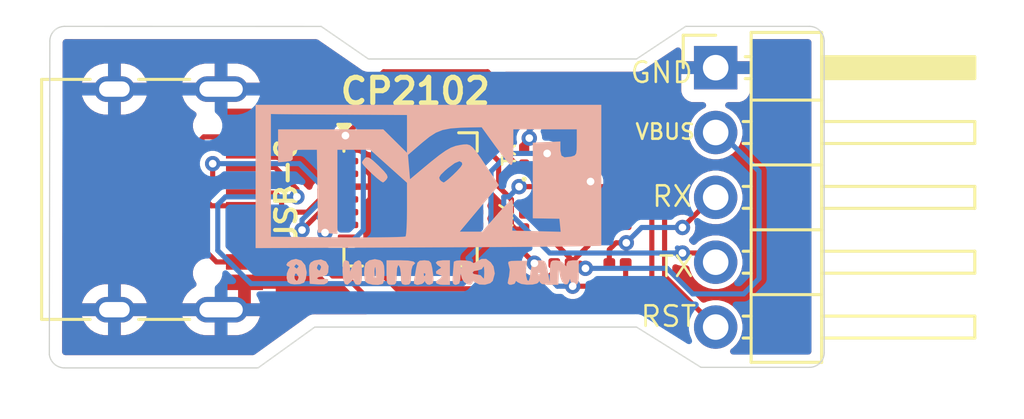
<source format=kicad_pcb>
(kicad_pcb (version 20241229) (generator "pcbnew") (generator_version "9.0")
  (layers (0 "F.Cu" signal) (2 "B.Cu" signal) (13 "F.Paste" user) (15 "B.Paste" user) (5 "F.SilkS" user "F.Silkscreen") (7 "B.SilkS" user "B.Silkscreen") (1 "F.Mask" user) (3 "B.Mask" user) (25 "Edge.Cuts" user))
  (net 0 "")
  (net 1 "GND")
  (net 2 "Net-(U1-VDD)")
  (net 3 "/RST")
  (net 4 "Net-(U1-~{DTR})")
  (net 5 "/VBUS")
  (net 6 "Net-(D4-K)")
  (net 7 "Net-(D4-A)")
  (net 8 "Net-(D5-A)")
  (net 9 "Net-(D5-K)")
  (net 10 "/D+")
  (net 13 "/D-")
  (net 14 "Net-(D3-Pad2)")
  (net 15 "Net-(J1-CC1)")
  (net 16 "Net-(J1-CC2)")
  (net 17 "/TX")
  (net 18 "/RX")
  (net 19 "Net-(U1-~{RST})")
  (footprint "Connector_PinHeader_2.54mm:PinHeader_1x05_P2.54mm_Horizontal" (layer "F.Cu") (at 130.5 35.34)
    (property "Reference" "J2" (hide yes))
    (property "Value" "Conn_01x05_Pin" (hide yes))
    (fp_line (start -1.27 -1.27) (end 0 -1.27) (stroke (width 0.12)) (layer "F.SilkS"))
    (fp_line (start -1.27 0) (end -1.27 -1.27) (stroke (width 0.12)) (layer "F.SilkS"))
    (fp_line (start 1.077358 2.11) (end 1.39 2.11) (stroke (width 0.12)) (layer "F.SilkS"))
    (fp_line (start 1.077358 2.97) (end 1.39 2.97) (stroke (width 0.12)) (layer "F.SilkS"))
    (fp_line (start 1.077358 4.65) (end 1.39 4.65) (stroke (width 0.12)) (layer "F.SilkS"))
    (fp_line (start 1.077358 5.51) (end 1.39 5.51) (stroke (width 0.12)) (layer "F.SilkS"))
    (fp_line (start 1.077358 7.19) (end 1.39 7.19) (stroke (width 0.12)) (layer "F.SilkS"))
    (fp_line (start 1.077358 8.05) (end 1.39 8.05) (stroke (width 0.12)) (layer "F.SilkS"))
    (fp_line (start 1.077358 9.73) (end 1.39 9.73) (stroke (width 0.12)) (layer "F.SilkS"))
    (fp_line (start 1.077358 10.59) (end 1.39 10.59) (stroke (width 0.12)) (layer "F.SilkS"))
    (fp_line (start 1.16 -0.43) (end 1.39 -0.43) (stroke (width 0.12)) (layer "F.SilkS"))
    (fp_line (start 1.16 0.43) (end 1.39 0.43) (stroke (width 0.12)) (layer "F.SilkS"))
    (fp_line (start 1.39 -1.38) (end 1.39 11.54) (stroke (width 0.12)) (layer "F.SilkS"))
    (fp_line (start 1.39 1.27) (end 4.15 1.27) (stroke (width 0.12)) (layer "F.SilkS"))
    (fp_line (start 1.39 3.81) (end 4.15 3.81) (stroke (width 0.12)) (layer "F.SilkS"))
    (fp_line (start 1.39 6.35) (end 4.15 6.35) (stroke (width 0.12)) (layer "F.SilkS"))
    (fp_line (start 1.39 8.89) (end 4.15 8.89) (stroke (width 0.12)) (layer "F.SilkS"))
    (fp_line (start 1.39 11.54) (end 4.15 11.54) (stroke (width 0.12)) (layer "F.SilkS"))
    (fp_line (start 4.15 -1.38) (end 1.39 -1.38) (stroke (width 0.12)) (layer "F.SilkS"))
    (fp_line (start 4.15 2.11) (end 10.15 2.11) (stroke (width 0.12)) (layer "F.SilkS"))
    (fp_line (start 4.15 4.65) (end 10.15 4.65) (stroke (width 0.12)) (layer "F.SilkS"))
    (fp_line (start 4.15 7.19) (end 10.15 7.19) (stroke (width 0.12)) (layer "F.SilkS"))
    (fp_line (start 4.15 9.73) (end 10.15 9.73) (stroke (width 0.12)) (layer "F.SilkS"))
    (fp_line (start 4.15 11.54) (end 4.15 -1.38) (stroke (width 0.12)) (layer "F.SilkS"))
    (fp_line (start 10.15 2.11) (end 10.15 2.97) (stroke (width 0.12)) (layer "F.SilkS"))
    (fp_line (start 10.15 2.97) (end 4.15 2.97) (stroke (width 0.12)) (layer "F.SilkS"))
    (fp_line (start 10.15 4.65) (end 10.15 5.51) (stroke (width 0.12)) (layer "F.SilkS"))
    (fp_line (start 10.15 5.51) (end 4.15 5.51) (stroke (width 0.12)) (layer "F.SilkS"))
    (fp_line (start 10.15 7.19) (end 10.15 8.05) (stroke (width 0.12)) (layer "F.SilkS"))
    (fp_line (start 10.15 8.05) (end 4.15 8.05) (stroke (width 0.12)) (layer "F.SilkS"))
    (fp_line (start 10.15 9.73) (end 10.15 10.59) (stroke (width 0.12)) (layer "F.SilkS"))
    (fp_line (start 10.15 10.59) (end 4.15 10.59) (stroke (width 0.12)) (layer "F.SilkS"))
    (fp_rect (start 4.15 -0.43) (end 10.15 0.43) (stroke (width 0.12)) (fill yes) (layer "F.SilkS"))
    (pad "1" thru_hole rect (at 0 0) (size 1.7 1.7) (drill 1) (layers "*.Cu" "*.Mask") (net 1 "GND"))
    (pad "2" thru_hole circle (at 0 2.54) (size 1.7 1.7) (drill 1) (layers "*.Cu" "*.Mask") (net 5 "/VBUS"))
    (pad "3" thru_hole circle (at 0 5.08) (size 1.7 1.7) (drill 1) (layers "*.Cu" "*.Mask") (net 18 "/RX"))
    (pad "4" thru_hole circle (at 0 7.62) (size 1.7 1.7) (drill 1) (layers "*.Cu" "*.Mask") (net 17 "/TX"))
    (pad "5" thru_hole circle (at 0 10.16) (size 1.7 1.7) (drill 1) (layers "*.Cu" "*.Mask") (net 3 "/RST"))
  )
  (footprint "Capacitor_SMD:C_0201_0603Metric" (layer "F.Cu") (at 124.5 41)
    (property "Reference" "C4" (hide yes))
    (property "Value" "100nf" (hide yes))
    (pad "1" smd roundrect (at -0.32 0) (size 0.46 0.4) (layers "F.Cu" "F.Mask") (net 5 "/VBUS"))
    (pad "2" smd roundrect (at 0.32 0) (size 0.46 0.4) (layers "F.Cu" "F.Mask") (net 1 "GND"))
  )
  (footprint "Resistor_SMD:R_0201_0603Metric" (layer "F.Cu") (at 124.5 43 180)
    (property "Reference" "R3" (hide yes))
    (property "Value" "10k" (hide yes))
    (pad "1" smd roundrect (at -0.32 0 180) (size 0.46 0.4) (layers "F.Cu" "F.Mask") (net 5 "/VBUS"))
    (pad "2" smd roundrect (at 0.32 0 180) (size 0.46 0.4) (layers "F.Cu" "F.Mask") (net 19 "Net-(U1-~{RST})"))
  )
  (footprint "Resistor_SMD:R_0201_0603Metric" (layer "F.Cu") (at 126.655 39.5)
    (property "Reference" "R2" (hide yes))
    (property "Value" "5.1k" (hide yes))
    (pad "1" smd roundrect (at -0.32 0) (size 0.46 0.4) (layers "F.Cu" "F.Mask") (net 1 "GND"))
    (pad "2" smd roundrect (at 0.32 0) (size 0.46 0.4) (layers "F.Cu" "F.Mask") (net 16 "Net-(J1-CC2)"))
  )
  (footprint "Resistor_SMD:R_0201_0603Metric" (layer "F.Cu") (at 124.455 39)
    (property "Reference" "R1" (hide yes))
    (property "Value" "5.1k" (hide yes))
    (pad "1" smd roundrect (at -0.32 0) (size 0.46 0.4) (layers "F.Cu" "F.Mask") (net 15 "Net-(J1-CC1)"))
    (pad "2" smd roundrect (at 0.32 0) (size 0.46 0.4) (layers "F.Cu" "F.Mask") (net 1 "GND"))
  )
  (footprint "Connector_USB:USB_C_Receptacle_HRO_TYPE-C-31-M-12" (layer "F.Cu") (at 108 40.5 -90)
    (property "Reference" "J1" (hide yes))
    (property "Value" "USB_C_Receptacle_USB2.0_16P" (hide yes))
    (fp_line (start -4.7 3.9) (end 4.7 3.9) (stroke (width 0.12)) (layer "F.SilkS"))
    (fp_line (start -4.7 2) (end -4.7 3.9) (stroke (width 0.12)) (layer "F.SilkS"))
    (fp_line (start 4.7 2) (end 4.7 3.9) (stroke (width 0.12)) (layer "F.SilkS"))
    (fp_line (start -4.7 -1.9) (end -4.7 0.1) (stroke (width 0.12)) (layer "F.SilkS"))
    (fp_line (start 4.7 -1.9) (end 4.7 0.1) (stroke (width 0.12)) (layer "F.SilkS"))
    (pad "" np_thru_hole circle (at -2.89 -2.6 270) (size 0.65 0.65) (drill 0.65) (layers "*.Cu" "*.Mask"))
    (pad "" np_thru_hole circle (at 2.89 -2.6 270) (size 0.65 0.65) (drill 0.65) (layers "*.Cu" "*.Mask"))
    (pad "A1" smd rect (at -3.25 -4.045 270) (size 0.6 1.45) (layers "F.Cu" "F.Mask" "F.Paste") (net 1 "GND"))
    (pad "A4" smd rect (at -2.45 -4.045 270) (size 0.6 1.45) (layers "F.Cu" "F.Mask" "F.Paste") (net 14 "Net-(D3-Pad2)"))
    (pad "A5" smd rect (at -1.25 -4.045 270) (size 0.3 1.45) (layers "F.Cu" "F.Mask" "F.Paste") (net 15 "Net-(J1-CC1)"))
    (pad "A6" smd rect (at -0.25 -4.045 270) (size 0.3 1.45) (layers "F.Cu" "F.Mask" "F.Paste") (net 10 "/D+"))
    (pad "A7" smd rect (at 0.25 -4.045 270) (size 0.3 1.45) (layers "F.Cu" "F.Mask" "F.Paste") (net 13 "/D-"))
    (pad "A8" smd rect (at 1.25 -4.045 270) (size 0.3 1.45) (layers "F.Cu" "F.Mask" "F.Paste"))
    (pad "A9" smd rect (at 2.45 -4.045 270) (size 0.6 1.45) (layers "F.Cu" "F.Mask" "F.Paste") (net 14 "Net-(D3-Pad2)"))
    (pad "A12" smd rect (at 3.25 -4.045 270) (size 0.6 1.45) (layers "F.Cu" "F.Mask" "F.Paste") (net 1 "GND"))
    (pad "B1" smd rect (at 3.25 -4.045 270) (size 0.6 1.45) (layers "F.Cu" "F.Mask" "F.Paste") (net 1 "GND"))
    (pad "B4" smd rect (at 2.45 -4.045 270) (size 0.6 1.45) (layers "F.Cu" "F.Mask" "F.Paste") (net 14 "Net-(D3-Pad2)"))
    (pad "B5" smd rect (at 1.75 -4.045 270) (size 0.3 1.45) (layers "F.Cu" "F.Mask" "F.Paste") (net 16 "Net-(J1-CC2)"))
    (pad "B6" smd rect (at 0.75 -4.045 270) (size 0.3 1.45) (layers "F.Cu" "F.Mask" "F.Paste") (net 10 "/D+"))
    (pad "B7" smd rect (at -0.75 -4.045 270) (size 0.3 1.45) (layers "F.Cu" "F.Mask" "F.Paste") (net 13 "/D-"))
    (pad "B8" smd rect (at -1.75 -4.045 270) (size 0.3 1.45) (layers "F.Cu" "F.Mask" "F.Paste"))
    (pad "B9" smd rect (at -2.45 -4.045 270) (size 0.6 1.45) (layers "F.Cu" "F.Mask" "F.Paste") (net 14 "Net-(D3-Pad2)"))
    (pad "B12" smd rect (at -3.25 -4.045 270) (size 0.6 1.45) (layers "F.Cu" "F.Mask" "F.Paste") (net 1 "GND"))
    (pad "S1" thru_hole oval (at -4.32 -3.13 270) (size 1 2.1) (drill oval 0.6 1.7) (property pad_prop_heatsink) (layers "*.Cu" "*.Mask") (net 1 "GND"))
    (pad "S1" thru_hole oval (at -4.32 1.05 270) (size 1 1.6) (drill oval 0.6 1.2) (property pad_prop_heatsink) (layers "*.Cu" "*.Mask") (net 1 "GND"))
    (pad "S1" thru_hole oval (at 4.32 -3.13 270) (size 1 2.1) (drill oval 0.6 1.7) (property pad_prop_heatsink) (layers "*.Cu" "*.Mask") (net 1 "GND"))
    (pad "S1" thru_hole oval (at 4.32 1.05 270) (size 1 1.6) (drill oval 0.6 1.2) (property pad_prop_heatsink) (layers "*.Cu" "*.Mask") (net 1 "GND"))
  )
  (footprint "Resistor_SMD:R_0201_0603Metric" (layer "F.Cu") (at 124.5 42)
    (property "Reference" "R7" (hide yes))
    (property "Value" "1k" (hide yes))
    (pad "1" smd roundrect (at -0.32 0) (size 0.46 0.4) (layers "F.Cu" "F.Mask") (net 5 "/VBUS"))
    (pad "2" smd roundrect (at 0.32 0) (size 0.46 0.4) (layers "F.Cu" "F.Mask") (net 8 "Net-(D5-A)"))
  )
  (footprint "Capacitor_SMD:C_0201_0603Metric" (layer "F.Cu") (at 124.5 38)
    (property "Reference" "C2" (hide yes))
    (property "Value" "100nf" (hide yes))
    (pad "1" smd roundrect (at -0.32 0) (size 0.46 0.4) (layers "F.Cu" "F.Mask") (net 4 "Net-(U1-~{DTR})"))
    (pad "2" smd roundrect (at 0.32 0) (size 0.46 0.4) (layers "F.Cu" "F.Mask") (net 3 "/RST"))
  )
  (footprint "Capacitor_SMD:C_0201_0603Metric" (layer "F.Cu") (at 126.655 40.5)
    (property "Reference" "C3" (hide yes))
    (property "Value" "100nf" (hide yes))
    (pad "1" smd roundrect (at -0.32 0) (size 0.46 0.4) (layers "F.Cu" "F.Mask") (net 5 "/VBUS"))
    (pad "2" smd roundrect (at 0.32 0) (size 0.46 0.4) (layers "F.Cu" "F.Mask") (net 1 "GND"))
  )
  (footprint "LED_SMD:LED_0201_0603Metric" (layer "F.Cu") (at 123 38.845 90)
    (property "Reference" "D4" (hide yes))
    (property "Value" "LED" (hide yes))
    (fp_circle (center -0.86 0) (end -0.81 0) (stroke (width 0.1)) (fill no) (layer "F.SilkS"))
    (pad "1" smd roundrect (at -0.32 0 90) (size 0.46 0.4) (layers "F.Cu" "F.Mask") (net 6 "Net-(D4-K)"))
    (pad "2" smd roundrect (at 0.32 0 90) (size 0.46 0.4) (layers "F.Cu" "F.Mask") (net 7 "Net-(D4-A)"))
  )
  (footprint "Package_DFN_QFN:QFN-28-1EP_5x5mm_P0.5mm_EP3.35x3.35mm" (layer "F.Cu") (at 118.55 40.5)
    (property "Reference" "U1" (hide yes))
    (property "Value" "CP2102N-Axx-xQFN28" (hide yes))
    (fp_line (start -2.61 -1.885) (end -2.61 -2.37) (stroke (width 0.12)) (layer "F.SilkS"))
    (fp_line (start -2.61 2.61) (end -2.61 1.885) (stroke (width 0.12)) (layer "F.SilkS"))
    (fp_line (start -1.885 -2.61) (end -2.31 -2.61) (stroke (width 0.12)) (layer "F.SilkS"))
    (fp_line (start -1.885 2.61) (end -2.61 2.61) (stroke (width 0.12)) (layer "F.SilkS"))
    (fp_line (start 1.885 -2.61) (end 2.61 -2.61) (stroke (width 0.12)) (layer "F.SilkS"))
    (fp_line (start 1.885 2.61) (end 2.61 2.61) (stroke (width 0.12)) (layer "F.SilkS"))
    (fp_line (start 2.61 -2.61) (end 2.61 -1.885) (stroke (width 0.12)) (layer "F.SilkS"))
    (fp_line (start 2.61 2.61) (end 2.61 1.885) (stroke (width 0.12)) (layer "F.SilkS"))
    (fp_poly (pts (xy -2.61 -2.61) (xy -2.85 -2.94) (xy -2.37 -2.94)) (stroke (width 0.12)) (fill yes) (layer "F.SilkS"))
    (pad "1" smd roundrect (at -2.45 -1.5) (size 0.8 0.25) (layers "F.Cu" "F.Mask" "F.Paste"))
    (pad "2" smd roundrect (at -2.45 -1) (size 0.8 0.25) (layers "F.Cu" "F.Mask" "F.Paste"))
    (pad "3" smd roundrect (at -2.45 -0.5) (size 0.8 0.25) (layers "F.Cu" "F.Mask" "F.Paste") (net 1 "GND"))
    (pad "4" smd roundrect (at -2.45 0) (size 0.8 0.25) (layers "F.Cu" "F.Mask" "F.Paste") (net 10 "/D+"))
    (pad "5" smd roundrect (at -2.45 0.5) (size 0.8 0.25) (layers "F.Cu" "F.Mask" "F.Paste") (net 13 "/D-"))
    (pad "6" smd roundrect (at -2.45 1) (size 0.8 0.25) (layers "F.Cu" "F.Mask" "F.Paste") (net 2 "Net-(U1-VDD)"))
    (pad "7" smd roundrect (at -2.45 1.5) (size 0.8 0.25) (layers "F.Cu" "F.Mask" "F.Paste") (net 5 "/VBUS"))
    (pad "8" smd roundrect (at -1.5 2.45) (size 0.25 0.8) (layers "F.Cu" "F.Mask" "F.Paste") (net 5 "/VBUS"))
    (pad "9" smd roundrect (at -1 2.45) (size 0.25 0.8) (layers "F.Cu" "F.Mask" "F.Paste") (net 19 "Net-(U1-~{RST})"))
    (pad "10" smd roundrect (at -0.5 2.45) (size 0.25 0.8) (layers "F.Cu" "F.Mask" "F.Paste"))
    (pad "11" smd roundrect (at 0 2.45) (size 0.25 0.8) (layers "F.Cu" "F.Mask" "F.Paste"))
    (pad "12" smd roundrect (at 0.5 2.45) (size 0.25 0.8) (layers "F.Cu" "F.Mask" "F.Paste"))
    (pad "13" smd roundrect (at 1 2.45) (size 0.25 0.8) (layers "F.Cu" "F.Mask" "F.Paste"))
    (pad "14" smd roundrect (at 1.5 2.45) (size 0.25 0.8) (layers "F.Cu" "F.Mask" "F.Paste"))
    (pad "15" smd roundrect (at 2.45 1.5) (size 0.8 0.25) (layers "F.Cu" "F.Mask" "F.Paste"))
    (pad "16" smd roundrect (at 2.45 1) (size 0.8 0.25) (layers "F.Cu" "F.Mask" "F.Paste"))
    (pad "17" smd roundrect (at 2.45 0.5) (size 0.8 0.25) (layers "F.Cu" "F.Mask" "F.Paste"))
    (pad "18" smd roundrect (at 2.45 0) (size 0.8 0.25) (layers "F.Cu" "F.Mask" "F.Paste"))
    (pad "19" smd roundrect (at 2.45 -0.5) (size 0.8 0.25) (layers "F.Cu" "F.Mask" "F.Paste"))
    (pad "20" smd roundrect (at 2.45 -1) (size 0.8 0.25) (layers "F.Cu" "F.Mask" "F.Paste"))
    (pad "21" smd roundrect (at 2.45 -1.5) (size 0.8 0.25) (layers "F.Cu" "F.Mask" "F.Paste"))
    (pad "22" smd roundrect (at 1.5 -2.45) (size 0.25 0.8) (layers "F.Cu" "F.Mask" "F.Paste"))
    (pad "23" smd roundrect (at 1 -2.45) (size 0.25 0.8) (layers "F.Cu" "F.Mask" "F.Paste"))
    (pad "24" smd roundrect (at 0.5 -2.45) (size 0.25 0.8) (layers "F.Cu" "F.Mask" "F.Paste"))
    (pad "25" smd roundrect (at 0 -2.45) (size 0.25 0.8) (layers "F.Cu" "F.Mask" "F.Paste") (net 9 "Net-(D5-K)"))
    (pad "26" smd roundrect (at -0.5 -2.45) (size 0.25 0.8) (layers "F.Cu" "F.Mask" "F.Paste") (net 6 "Net-(D4-K)"))
    (pad "27" smd roundrect (at -1 -2.45) (size 0.25 0.8) (layers "F.Cu" "F.Mask" "F.Paste"))
    (pad "28" smd roundrect (at -1.5 -2.45) (size 0.25 0.8) (layers "F.Cu" "F.Mask" "F.Paste") (net 4 "Net-(U1-~{DTR})"))
    (pad "29" smd rect (at 0 0) (size 3.35 3.35) (property pad_prop_heatsink) (layers "F.Cu" "F.Mask") (net 1 "GND"))
  )
  (footprint "Resistor_SMD:R_0201_0603Metric" (layer "F.Cu") (at 126.655 43)
    (property "Reference" "R5" (hide yes))
    (property "Value" "1k" (hide yes))
    (pad "1" smd roundrect (at -0.32 0) (size 0.46 0.4) (layers "F.Cu" "F.Mask") (net 18 "/RX"))
    (pad "2" smd roundrect (at 0.32 0) (size 0.46 0.4) (layers "F.Cu" "F.Mask") (net 9 "Net-(D5-K)"))
  )
  (footprint "Resistor_SMD:R_0201_0603Metric" (layer "F.Cu") (at 124.5 40)
    (property "Reference" "R4" (hide yes))
    (property "Value" "1k" (hide yes))
    (pad "1" smd roundrect (at -0.32 0) (size 0.46 0.4) (layers "F.Cu" "F.Mask") (net 17 "/TX"))
    (pad "2" smd roundrect (at 0.32 0) (size 0.46 0.4) (layers "F.Cu" "F.Mask") (net 6 "Net-(D4-K)"))
  )
  (footprint "Capacitor_SMD:C_0201_0603Metric" (layer "F.Cu") (at 126.655 38)
    (property "Reference" "C1" (hide yes))
    (property "Value" "100nf" (hide yes))
    (pad "1" smd roundrect (at -0.32 0) (size 0.46 0.4) (layers "F.Cu" "F.Mask") (net 1 "GND"))
    (pad "2" smd roundrect (at 0.32 0) (size 0.46 0.4) (layers "F.Cu" "F.Mask") (net 2 "Net-(U1-VDD)"))
  )
  (footprint "LED_SMD:LED_0201_0603Metric" (layer "F.Cu") (at 123 41.345 90)
    (property "Reference" "D5" (hide yes))
    (property "Value" "LED" (hide yes))
    (fp_circle (center -0.86 0) (end -0.81 0) (stroke (width 0.1)) (fill no) (layer "F.SilkS"))
    (pad "1" smd roundrect (at -0.32 0 90) (size 0.46 0.4) (layers "F.Cu" "F.Mask") (net 9 "Net-(D5-K)"))
    (pad "2" smd roundrect (at 0.32 0 90) (size 0.46 0.4) (layers "F.Cu" "F.Mask") (net 8 "Net-(D5-A)"))
  )
  (footprint "Resistor_SMD:R_0201_0603Metric" (layer "F.Cu") (at 126.655 41.5)
    (property "Reference" "R6" (hide yes))
    (property "Value" "1k" (hide yes))
    (pad "1" smd roundrect (at -0.32 0) (size 0.46 0.4) (layers "F.Cu" "F.Mask") (net 5 "/VBUS"))
    (pad "2" smd roundrect (at 0.32 0) (size 0.46 0.4) (layers "F.Cu" "F.Mask") (net 7 "Net-(D4-A)"))
  )
  (footprint "LOGO.preety:KMT_LOGO_40X40mm" (layer "B.Cu") (at 118.81 40.32 180)
    (property "Reference" "G***" (hide yes))
    (property "Value" "LOGO" (hide yes))
    (fp_poly (pts (xy 2.043177 1.442305) (xy 2.14446 1.316396) (xy 2.163367 1.252177) (xy 2.107993 1.166706) (xy 1.967823 1.015609) (xy 1.781729 0.835177) (xy 1.588582 0.661698) (xy 1.427256 0.531464) (xy 1.337053 0.480758) (xy 1.263748 0.534251) (xy 1.196987 0.606858) (xy 1.157327 0.687842) (xy 1.186876 0.785914) (xy 1.303183 0.931055) (xy 1.50764 1.137522) (xy 1.732439 1.347101) (xy 1.879582 1.454265) (xy 1.978537 1.475786)) (fill yes) (layer "B.SilkS"))
    (fp_poly (pts (xy -0.794791 -2.590683) (xy -0.725 -2.660624) (xy -0.802324 -2.758864) (xy -0.850096 -2.788496) (xy -0.93814 -2.852225) (xy -0.881521 -2.897723) (xy -0.850096 -2.910152) (xy -0.738174 -2.99666) (xy -0.739799 -3.087837) (xy -0.841326 -3.12492) (xy -0.948021 -3.163632) (xy -0.961515 -3.196474) (xy -0.89775 -3.284067) (xy -0.841326 -3.314148) (xy -0.726592 -3.394014) (xy -0.752041 -3.470593) (xy -0.899026 -3.519288) (xy -1.001578 -3.525551) (xy -1.28202 -3.525551) (xy -1.28202 -3.044794) (xy -1.28202 -2.564037) (xy -1.001578 -2.564037)) (fill yes) (layer "B.SilkS"))
    (fp_poly (pts (xy 2.444327 -2.634191) (xy 2.540046 -2.784384) (xy 2.627116 -3.004731) (xy 2.635639 -2.784384) (xy 2.68022 -2.610432) (xy 2.784384 -2.564328) (xy 2.865528 -2.590227) (xy 2.908279 -2.691261) (xy 2.923651 -2.903081) (xy 2.924605 -3.018151) (xy 2.900133 -3.322539) (xy 2.831689 -3.493905) (xy 2.72673 -3.523689) (xy 2.592712 -3.40333) (xy 2.591056 -3.401073) (xy 2.510133 -3.304144) (xy 2.485263 -3.338057) (xy 2.483911 -3.390048) (xy 2.417938 -3.503822) (xy 2.323659 -3.525551) (xy 2.234154 -3.50801) (xy 2.185791 -3.430952) (xy 2.166352 -3.25773) (xy 2.163406 -3.044794) (xy 2.170189 -2.774097) (xy 2.197666 -2.62784) (xy 2.256528 -2.570521) (xy 2.308191 -2.564037)) (fill yes) (layer "B.SilkS"))
    (fp_poly (pts (xy 1.880519 -2.56506) (xy 2.021958 -2.674994) (xy 2.067018 -2.832136) (xy 2.080372 -3.06687) (xy 2.06062 -3.299429) (xy 2.034644 -3.398809) (xy 1.932539 -3.475426) (xy 1.740891 -3.521523) (xy 1.528709 -3.529864) (xy 1.365003 -3.49321) (xy 1.335436 -3.472134) (xy 1.304006 -3.366616) (xy 1.284805 -3.159346) (xy 1.282253 -3.044794) (xy 1.624346 -3.044794) (xy 1.630597 -3.218095) (xy 1.646578 -3.265668) (xy 1.659071 -3.225078) (xy 1.672327 -2.991592) (xy 1.659071 -2.86451) (xy 1.639256 -2.826539) (xy 1.626684 -2.927209) (xy 1.624346 -3.044794) (xy 1.282253 -3.044794) (xy 1.282018 -3.034259) (xy 1.297739 -2.778971) (xy 1.356131 -2.633165) (xy 1.445297 -2.562417) (xy 1.657976 -2.517545)) (fill yes) (layer "B.SilkS"))
    (fp_poly (pts (xy 1.201892 -3.044794) (xy 1.197651 -3.311236) (xy 1.174474 -3.455088) (xy 1.116682 -3.51398) (xy 1.008598 -3.525541) (xy 1.001577 -3.525551) (xy 0.883209 -3.512763) (xy 0.823835 -3.447224) (xy 0.803311 -3.28817) (xy 0.801261 -3.120192) (xy 0.787373 -2.878838) (xy 0.748773 -2.76594) (xy 0.721135 -2.764353) (xy 0.672452 -2.868138) (xy 0.644025 -3.071297) (xy 0.641009 -3.169712) (xy 0.632446 -3.390362) (xy 0.590554 -3.494194) (xy 0.491025 -3.524388) (xy 0.440693 -3.525551) (xy 0.316481 -3.510341) (xy 0.25803 -3.435924) (xy 0.241033 -3.259121) (xy 0.240378 -3.169712) (xy 0.223783 -2.943257) (xy 0.181993 -2.791184) (xy 0.160252 -2.764353) (xy 0.075616 -2.675266) (xy 0.144904 -2.610986) (xy 0.363425 -2.573469) (xy 0.641009 -2.564037) (xy 1.201892 -2.564037)) (fill yes) (layer "B.SilkS"))
    (fp_poly (pts (xy -0.09634 -2.579168) (xy -0.009131 -2.655885) (xy 0.03724 -2.841177) (xy 0.041048 -2.86451) (xy 0.083669 -3.116348) (xy 0.1231 -3.329285) (xy 0.126332 -3.345267) (xy 0.125508 -3.481205) (xy 0.016853 -3.524222) (xy -0.03186 -3.525551) (xy -0.197087 -3.488995) (xy -0.267439 -3.425394) (xy -0.303642 -3.366348) (xy -0.31418 -3.425394) (xy -0.386756 -3.506913) (xy -0.480758 -3.525551) (xy -0.610499 -3.47369) (xy -0.640128 -3.345267) (xy -0.626361 -3.143616) (xy -0.623956 -3.12492) (xy -0.320505 -3.12492) (xy -0.291189 -3.190873) (xy -0.267088 -3.178338) (xy -0.257498 -3.083247) (xy -0.267088 -3.071503) (xy -0.314723 -3.082502) (xy -0.320505 -3.12492) (xy -0.623956 -3.12492) (xy -0.593932 -2.891501) (xy -0.589581 -2.86451) (xy -0.543487 -2.667277) (xy -0.461295 -2.58279) (xy -0.293627 -2.564097) (xy -0.273589 -2.564037)) (fill yes) (layer "B.SilkS"))
    (fp_poly (pts (xy 4.023789 -2.569364) (xy 4.058119 -2.583969) (xy 4.17431 -2.654929) (xy 4.227851 -2.76174) (xy 4.236312 -2.954947) (xy 4.230339 -3.079365) (xy 4.206624 -3.485488) (xy 3.876238 -3.509631) (xy 3.642925 -3.507654) (xy 3.523062 -3.449619) (xy 3.494605 -3.400227) (xy 3.485034 -3.310476) (xy 3.578417 -3.290106) (xy 3.68477 -3.302113) (xy 3.85279 -3.307982) (xy 3.926068 -3.27332) (xy 3.926182 -3.271295) (xy 3.857698 -3.220976) (xy 3.731266 -3.205047) (xy 3.547922 -3.143449) (xy 3.485488 -3.044794) (xy 3.471253 -2.844479) (xy 3.76593 -2.844479) (xy 3.809196 -2.951108) (xy 3.846056 -2.964668) (xy 3.917142 -2.899769) (xy 3.926182 -2.844479) (xy 3.882916 -2.737849) (xy 3.846056 -2.724289) (xy 3.77497 -2.789188) (xy 3.76593 -2.844479) (xy 3.471253 -2.844479) (xy 3.467509 -2.791798) (xy 3.57167 -2.61178) (xy 3.767316 -2.529411)) (fill yes) (layer "B.SilkS"))
    (fp_poly (pts (xy 4.931042 -2.550953) (xy 5.076179 -2.648764) (xy 5.128686 -2.745874) (xy 5.071407 -2.801677) (xy 5.038138 -2.804416) (xy 4.993012 -2.839904) (xy 5.043927 -2.91976) (xy 5.106694 -3.081576) (xy 5.113833 -3.260296) (xy 5.07227 -3.416306) (xy 4.961453 -3.48702) (xy 4.807227 -3.509183) (xy 4.589882 -3.498573) (xy 4.435569 -3.44102) (xy 4.426628 -3.433063) (xy 4.360683 -3.291189) (xy 4.354473 -3.249838) (xy 4.647318 -3.249838) (xy 4.692118 -3.353397) (xy 4.727444 -3.365299) (xy 4.791916 -3.297987) (xy 4.80757 -3.200318) (xy 4.776725 -3.089526) (xy 4.727444 -3.084857) (xy 4.653718 -3.20079) (xy 4.647318 -3.249838) (xy 4.354473 -3.249838) (xy 4.327686 -3.071459) (xy 4.326813 -3.030616) (xy 4.373977 -2.804416) (xy 4.647318 -2.804416) (xy 4.708292 -2.882213) (xy 4.727444 -2.884542) (xy 4.805242 -2.823568) (xy 4.80757 -2.804416) (xy 4.746596 -2.726618) (xy 4.727444 -2.724289) (xy 4.649646 -2.785263) (xy 4.647318 -2.804416) (xy 4.373977 -2.804416) (xy 4.384077 -2.755977) (xy 4.535205 -2.573809) (xy 4.749203 -2.508719)) (fill yes) (layer "B.SilkS"))
    (fp_poly (pts (xy -2.519193 -2.509554) (xy -2.341489 -2.608644) (xy -2.212681 -2.673194) (xy -2.163408 -2.648707) (xy -2.093824 -2.602094) (xy -1.925697 -2.573263) (xy -1.719962 -2.564269) (xy -1.537554 -2.577169) (xy -1.439409 -2.61402) (xy -1.435288 -2.624132) (xy -1.425666 -2.732511) (xy -1.408615 -2.944772) (xy -1.396237 -3.104889) (xy -1.383882 -3.350764) (xy -1.403286 -3.476602) (xy -1.46623 -3.521369) (xy -1.52341 -3.525551) (xy -1.646825 -3.479804) (xy -1.690015 -3.319406) (xy -1.690638 -3.305204) (xy -1.698625 -3.084857) (xy -1.754017 -3.285173) (xy -1.836433 -3.418131) (xy -1.966219 -3.504389) (xy -2.091611 -3.525004) (xy -2.160847 -3.461037) (xy -2.163408 -3.434973) (xy -2.186774 -3.374589) (xy -2.259559 -3.4294) (xy -2.433409 -3.513845) (xy -2.658557 -3.522822) (xy -2.862968 -3.462366) (xy -2.96185 -3.370567) (xy -3.040606 -3.083499) (xy -3.033821 -3.044794) (xy -2.625575 -3.044794) (xy -2.618838 -3.22674) (xy -2.60165 -3.291281) (xy -2.588932 -3.265141) (xy -2.484562 -3.150205) (xy -2.357848 -3.12492) (xy -2.2101 -3.096739) (xy -2.163408 -3.044794) (xy -2.231794 -2.983909) (xy -2.357848 -2.964668) (xy -2.531236 -2.911062) (xy -2.588932 -2.824447) (xy -2.610043 -2.80996) (xy -2.623286 -2.92841) (xy -2.625575 -3.044794) (xy -3.033821 -3.044794) (xy -2.991683 -2.804416) (xy -1.762777 -2.804416) (xy -1.73346 -2.870369) (xy -1.709359 -2.857833) (xy -1.69977 -2.762742) (xy -1.709359 -2.750998) (xy -1.756994 -2.761997) (xy -1.762777 -2.804416) (xy -2.991683 -2.804416) (xy -2.991539 -2.803597) (xy -2.884543 -2.644163) (xy -2.6991 -2.508008)) (fill yes) (layer "B.SilkS"))
    (fp_poly (pts (xy -5.907521 -2.593656) (xy -5.847202 -2.693783) (xy -5.846776 -2.704258) (xy -5.837698 -2.801748) (xy -5.795167 -2.758969) (xy -5.762668 -2.704258) (xy -5.616878 -2.594208) (xy -5.4446 -2.564037) (xy -5.306895 -2.572844) (xy -5.235568 -2.626158) (xy -5.207038 -2.764316) (xy -5.198684 -2.9847) (xy -5.189165 -3.405362) (xy -5.130712 -3.084857) (xy -4.807572 -3.084857) (xy -4.767509 -3.12492) (xy -4.727446 -3.084857) (xy -4.767509 -3.044794) (xy -4.807572 -3.084857) (xy -5.130712 -3.084857) (xy -5.112446 -2.9847) (xy -5.062274 -2.741138) (xy -5.005405 -2.616204) (xy -4.909383 -2.570359) (xy -4.767163 -2.564037) (xy -4.614541 -2.571161) (xy -4.528597 -2.61823) (xy -4.481605 -2.743788) (xy -4.445836 -2.98638) (xy -4.442147 -3.015853) (xy -4.404592 -3.262863) (xy -4.367425 -3.368609) (xy -4.322489 -3.351853) (xy -4.306912 -3.32689) (xy -4.264828 -3.156345) (xy -4.264326 -2.921462) (xy -4.268607 -2.884319) (xy -4.309085 -2.582528) (xy -3.912294 -2.582528) (xy -3.678196 -2.590102) (xy -3.572138 -2.620995) (xy -3.562292 -2.687464) (xy -3.572173 -2.713503) (xy -3.625315 -2.932168) (xy -3.596066 -3.198009) (xy -3.568954 -3.305204) (xy -3.542225 -3.462999) (xy -3.600847 -3.520081) (xy -3.677119 -3.525551) (xy -3.811855 -3.487233) (xy -3.846058 -3.4294) (xy -3.869708 -3.373654) (xy -3.942209 -3.4294) (xy -4.081344 -3.493187) (xy -4.294508 -3.5219) (xy -4.519617 -3.515845) (xy -4.694587 -3.475329) (xy -4.754506 -3.425394) (xy -4.790708 -3.366348) (xy -4.801246 -3.425394) (xy -4.882476 -3.494577) (xy -5.105244 -3.5246) (xy -5.16814 -3.525551) (xy -5.528707 -3.525551) (xy -5.539255 -3.225078) (xy -5.549803 -2.924605) (xy -5.59935 -3.204137) (xy -5.670929 -3.400519) (xy -5.778366 -3.506352) (xy -5.88588 -3.50286) (xy -5.953351 -3.389905) (xy -5.984184 -3.290997) (xy -5.997389 -3.346435) (xy -6.00017 -3.38533) (xy -6.075449 -3.503231) (xy -6.169717 -3.525551) (xy -6.259221 -3.50801) (xy -6.307584 -3.430952) (xy -6.327023 -3.25773) (xy -6.329969 -3.044794) (xy -6.329969 -2.564037) (xy -6.089591 -2.564037)) (fill yes) (layer "B.SilkS"))
    (fp_poly (pts (xy 6.329968 0.71895) (xy 6.329968 -2.087652) (xy 0.620977 -2.065621) (xy -0.354267 -2.061594) (xy -1.307394 -2.057157) (xy -2.222346 -2.052415) (xy -3.083067 -2.047472) (xy -3.873499 -2.042436) (xy -4.577586 -2.037412) (xy -5.17927 -2.032505) (xy -5.662495 -2.027822) (xy -6.011204 -2.023467) (xy -6.149685 -2.021046) (xy -7.211357 -1.998502) (xy -7.211357 0.763525) (xy -7.211357 2.564039) (xy -6.249843 2.564039) (xy -6.249843 2.053234) (xy -6.24659 1.776113) (xy -6.224929 1.618995) (xy -6.167009 1.541628) (xy -6.054977 1.503765) (xy -6.001235 1.492708) (xy -5.769535 1.469734) (xy -5.650595 1.538896) (xy -5.610535 1.727695) (xy -5.608834 1.81123) (xy -5.608834 2.090603) (xy -5.067982 2.066911) (xy -4.52713 2.043218) (xy -4.52713 0.560884) (xy -4.52713 -0.92145) (xy -5.04795 -0.929841) (xy -5.56877 -0.938231) (xy -5.594072 -1.192839) (xy -5.619373 -1.447447) (xy -4.672621 -1.424827) (xy -3.725868 -1.402207) (xy -3.751906 -0.77255) (xy -3.75606 -0.465563) (xy -3.741467 -0.255523) (xy -3.71045 -0.171265) (xy -3.703499 -0.171604) (xy -3.622456 -0.240834) (xy -3.463053 -0.404757) (xy -3.251029 -0.63623) (xy -3.087378 -0.821293) (xy -2.5457 -1.442271) (xy -2.108107 -1.442271) (xy -1.670514 -1.442271) (xy -2.097245 -0.932334) (xy -2.354973 -0.624932) (xy -2.626727 -0.301711) (xy -2.855277 -0.030737) (xy -2.862651 -0.022017) (xy -3.201327 0.378364) (xy -2.752339 1.050539) (xy -2.66015 1.18802) (xy -1.762777 1.18802) (xy -1.707944 1.097766) (xy -1.570802 0.944697) (xy -1.392381 0.76831) (xy -1.213715 0.608101) (xy -1.075836 0.503566) (xy -1.031421 0.484044) (xy -0.94405 0.534735) (xy -0.889065 0.591698) (xy -0.862489 0.674118) (xy -0.92371 0.783729) (xy -1.090939 0.946868) (xy -1.197881 1.038281) (xy -1.471168 1.240038) (xy -1.656457 1.315165) (xy -1.750722 1.262861) (xy -1.762777 1.18802) (xy -2.66015 1.18802) (xy -2.500466 1.426156) (xy -2.316316 1.687896) (xy -2.177737 1.854561) (xy -2.062577 1.94495) (xy -1.948684 1.977866) (xy -1.813907 1.97211) (xy -1.687835 1.954027) (xy -1.499934 1.915083) (xy -1.317968 1.846778) (xy -1.115639 1.732676) (xy -0.86665 1.556339) (xy -0.544703 1.301328) (xy -0.240379 1.049248) (xy 0.280441 0.613399) (xy 0.320504 1.087568) (xy 0.360567 1.561737) (xy -0.196349 2.040403) (xy -0.481122 2.271213) (xy -0.734595 2.432567) (xy -0.997247 2.537268) (xy -1.309557 2.598119) (xy -1.712004 2.627925) (xy -2.083702 2.637404) (xy -2.524817 2.644165) (xy -3.045217 1.925243) (xy -3.264511 1.630783) (xy -3.457618 1.387011) (xy -3.601211 1.222446) (xy -3.665774 1.166559) (xy -3.715792 1.18766) (xy -3.747105 1.312482) (xy -3.762717 1.561395) (xy -3.765931 1.845418) (xy -3.765931 2.564039) (xy -5.007887 2.564039) (xy -6.249843 2.564039) (xy -7.211357 2.564039) (xy -7.211357 3.124922) (xy 0.40063 3.124922) (xy 0.40063 2.386263) (xy 0.40063 1.647604) (xy 0.863679 2.105821) (xy 1.326728 2.564039) (xy 3.387654 2.564039) (xy 5.44858 2.564039) (xy 5.44858 1.918192) (xy 5.44858 1.272346) (xy 5.148106 1.297214) (xy 4.952441 1.324932) (xy 4.874476 1.388924) (xy 4.871668 1.527167) (xy 4.873399 1.54243) (xy 4.880832 1.664003) (xy 4.843122 1.729854) (xy 4.724677 1.757067) (xy 4.489902 1.762727) (xy 4.414333 1.762777) (xy 3.9295 1.762777) (xy 3.90781 0.140222) (xy 3.886119 -1.482334) (xy 3.50552 -1.506755) (xy 3.12492 -1.531177) (xy 3.12492 0.1158) (xy 3.12492 1.762777) (xy 2.483228 1.762777) (xy 1.841536 1.762777) (xy 1.121083 1.116813) (xy 0.40063 0.47085) (xy 0.40063 -0.552482) (xy 0.404677 -0.942474) (xy 0.415731 -1.272883) (xy 0.432167 -1.511528) (xy 0.452356 -1.626227) (xy 0.455124 -1.630308) (xy 0.545614 -1.642834) (xy 0.777023 -1.653069) (xy 1.130027 -1.66077) (xy 1.585308 -1.665696) (xy 2.123542 -1.667604) (xy 2.725409 -1.666253) (xy 3.11932 -1.663694) (xy 5.729021 -1.642586) (xy 5.729021 0.761199) (xy 5.729021 3.164985) (xy 5.548737 3.159262) (xy 5.425784 3.157389) (xy 5.163756 3.154821) (xy 4.783827 3.151716) (xy 4.307174 3.148235) (xy 3.754971 3.144535) (xy 3.148394 3.140776) (xy 2.884542 3.13923) (xy 0.40063 3.124922) (xy -7.211357 3.124922) (xy -7.211357 3.525553) (xy -0.440695 3.525553) (xy 6.329968 3.525553)) (fill yes) (layer "B.SilkS"))
  )
  (gr_line (start 134.65 34.1) (end 134.65 46.650008) (stroke (width 0.1)) (layer "F.SilkS"))
  (gr_line (start 104.9978 47.1) (end 112.575 47.1) (stroke (width 0.05)) (layer "Edge.Cuts"))
  (gr_line (start 127.4 45.5) (end 129.925 47.07717) (stroke (width 0.05)) (layer "Edge.Cuts"))
  (gr_line (start 112.575 47.1) (end 114.8 45.5) (stroke (width 0.05)) (layer "Edge.Cuts"))
  (gr_line (start 127.4 35) (end 129.325 33.72283) (stroke (width 0.05)) (layer "Edge.Cuts"))
  (gr_arc (start 104.99783 47.1) (mid 104.600379 46.94948) (end 104.402342 46.573441) (stroke (width 0.05)) (layer "Edge.Cuts"))
  (gr_line (start 104.42283 34.3) (end 104.402342 46.573686) (stroke (width 0.05)) (layer "Edge.Cuts"))
  (gr_line (start 114.8 45.5) (end 127.4 45.5) (stroke (width 0.05)) (layer "Edge.Cuts"))
  (gr_line (start 116.9 35) (end 127.4 35) (stroke (width 0.05)) (layer "Edge.Cuts"))
  (gr_line (start 115.05 33.725) (end 116.9 35) (stroke (width 0.05)) (layer "Edge.Cuts"))
  (gr_line (start 105 33.72283) (end 115.05 33.725) (stroke (width 0.05)) (layer "Edge.Cuts"))
  (gr_line (start 134.175 47.07717) (end 129.925 47.07717) (stroke (width 0.05)) (layer "Edge.Cuts"))
  (gr_arc (start 104.42283 34.3) (mid 104.591879 33.891879) (end 105 33.72283) (stroke (width 0.05)) (layer "Edge.Cuts"))
  (gr_line (start 134.74997 34.3) (end 134.75217 46.5) (stroke (width 0.05)) (layer "Edge.Cuts"))
  (gr_line (start 134.1728 33.72283) (end 129.325 33.72283) (stroke (width 0.05)) (layer "Edge.Cuts"))
  (gr_arc (start 134.75217 46.5) (mid 134.583121 46.908121) (end 134.175 47.07717) (stroke (width 0.05)) (layer "Edge.Cuts"))
  (gr_arc (start 134.17283 33.72283) (mid 134.580951 33.891879) (end 134.75 34.3) (stroke (width 0.05)) (layer "Edge.Cuts"))
  (gr_text "CP2102\n" (at 115.7 36.85 0) (layer "F.SilkS") (effects (font (size 1 1) (thickness 0.2) (bold yes)) (justify left bottom)))
  (gr_text "RST\n" (at 127.5 45.55 0) (layer "F.SilkS") (effects (font (size 0.8 0.8) (thickness 0.1)) (justify left bottom)))
  (gr_text "TX" (at 128.2 43.6 0) (layer "F.SilkS") (effects (font (size 0.8 0.8) (thickness 0.1)) (justify left bottom)))
  (gr_text "TX" (at 122.7 39.25 90) (layer "F.SilkS") (effects (font (size 0.5 0.5) (thickness 0.1)) (justify left bottom)))
  (gr_text "RX\n" (at 127.95 40.85 0) (layer "F.SilkS") (effects (font (size 0.8 0.8) (thickness 0.1)) (justify left bottom)))
  (gr_text "USB-C\n" (at 114.15 42.45 90) (layer "F.SilkS") (effects (font (size 0.8 0.8) (thickness 0.16) (bold yes)) (justify left bottom)))
  (gr_text "VBUS\n" (at 127.3 38.2 0) (layer "F.SilkS") (effects (font (size 0.6 0.6) (thickness 0.1)) (justify left bottom)))
  (gr_text "GND" (at 127.1 36 0) (layer "F.SilkS") (effects (font (size 0.8 0.8) (thickness 0.1)) (justify left bottom)))
  (gr_text "RX\n" (at 122.6 41.7 90) (layer "F.SilkS") (effects (font (size 0.5 0.5) (thickness 0.1)) (justify left bottom)))
  (segment (start 121.565686 35.5) (end 117.5 35.5) (width 0.2) (layer "F.Cu") (net 2))
  (segment (start 116.1 41.5) (end 115.5 41.5) (width 0.2) (layer "F.Cu") (net 2))
  (segment (start 126.5 37) (end 123.065686 37) (width 0.2) (layer "F.Cu") (net 2))
  (segment (start 117.5 35.5) (end 116.5 36.5) (width 0.2) (layer "F.Cu") (net 2))
  (segment (start 126.975 37.525) (end 127 37.5) (width 0.2) (layer "F.Cu") (net 2))
  (segment (start 116.5 37.5) (end 116 38) (width 0.2) (layer "F.Cu") (net 2))
  (segment (start 123.065686 37) (end 121.565686 35.5) (width 0.2) (layer "F.Cu") (net 2))
  (segment (start 127 37.5) (end 126.5 37) (width 0.2) (layer "F.Cu") (net 2))
  (segment (start 115.5 41.5) (end 115.2 41.8) (width 0.2) (layer "F.Cu") (net 2))
  (segment (start 116.5 36.5) (end 116.5 37.5) (width 0.2) (layer "F.Cu") (net 2))
  (segment (start 126.975 38) (end 126.975 37.525) (width 0.2) (layer "F.Cu") (net 2))
  (via (at 115.2 41.8) (size 0.6) (drill 0.3) (layers "F.Cu" "B.Cu") (net 2))
  (via (at 116 38) (size 0.6) (drill 0.3) (layers "F.Cu" "B.Cu") (net 2))
  (segment (start 116.7 41.7) (end 116.3 42.1) (width 0.2) (layer "B.Cu") (net 2))
  (segment (start 116.2 38) (end 116.7 38.5) (width 0.2) (layer "B.Cu") (net 2))
  (segment (start 115.2 41.9) (end 115.4 42.1) (width 0.2) (layer "B.Cu") (net 2))
  (segment (start 115.2 41.8) (end 115.2 41.9) (width 0.2) (layer "B.Cu") (net 2))
  (segment (start 116.3 42.1) (end 115.4 42.1) (width 0.2) (layer "B.Cu") (net 2))
  (segment (start 116 38) (end 116.2 38) (width 0.2) (layer "B.Cu") (net 2))
  (segment (start 116.7 38.5) (end 116.7 41.7) (width 0.2) (layer "B.Cu") (net 2))
  (segment (start 128.5 39.5) (end 128.5 43.5) (width 0.2) (layer "F.Cu") (net 3))
  (segment (start 128.5 43.5) (end 130.5 45.5) (width 0.2) (layer "F.Cu") (net 3))
  (segment (start 125.5 38) (end 126 38.5) (width 0.2) (layer "F.Cu") (net 3))
  (segment (start 127.5 38.5) (end 128.5 39.5) (width 0.2) (layer "F.Cu") (net 3))
  (segment (start 124.82 38) (end 125.5 38) (width 0.2) (layer "F.Cu") (net 3))
  (segment (start 126 38.5) (end 127.5 38.5) (width 0.2) (layer "F.Cu") (net 3))
  (segment (start 122 37) (end 122.5 37.5) (width 0.2) (layer "F.Cu") (net 4))
  (segment (start 118 36) (end 121.5 36) (width 0.2) (layer "F.Cu") (net 4))
  (segment (start 117.05 38.05) (end 117 38) (width 0.2) (layer "F.Cu") (net 4))
  (segment (start 117 37) (end 118 36) (width 0.2) (layer "F.Cu") (net 4))
  (segment (start 122.5 37.5) (end 123.68 37.5) (width 0.2) (layer "F.Cu") (net 4))
  (segment (start 121.5 36) (end 122 36.5) (width 0.2) (layer "F.Cu") (net 4))
  (segment (start 117 38) (end 117 37) (width 0.2) (layer "F.Cu") (net 4))
  (segment (start 122 36.5) (end 122 37) (width 0.2) (layer "F.Cu") (net 4))
  (segment (start 123.68 37.5) (end 124.18 38) (width 0.2) (layer "F.Cu") (net 4))
  (segment (start 116 42.5) (end 116 42.1) (width 0.2) (layer "F.Cu") (net 5))
  (segment (start 117 43) (end 116.5 43) (width 0.2) (layer "F.Cu") (net 5))
  (segment (start 124.82 42.82) (end 124.18 42.18) (width 0.2) (layer "F.Cu") (net 5))
  (segment (start 124.82 43) (end 124.82 42.82) (width 0.2) (layer "F.Cu") (net 5))
  (segment (start 116 42.1) (end 116.1 42) (width 0.2) (layer "F.Cu") (net 5))
  (segment (start 125.5 42) (end 125.5 42.32) (width 0.2) (layer "F.Cu") (net 5))
  (segment (start 126 42) (end 125.5 42) (width 0.2) (layer "F.Cu") (net 5))
  (segment (start 126.335 40.5) (end 126.335 41.5) (width 0.2) (layer "F.Cu") (net 5))
  (segment (start 117.05 42.95) (end 117 43) (width 0.2) (layer "F.Cu") (net 5))
  (segment (start 125.2 43) (end 125.4 43.2) (width 0.2) (layer "F.Cu") (net 5))
  (segment (start 124.82 43) (end 125.2 43) (width 0.2) (layer "F.Cu") (net 5))
  (segment (start 125.5 42.32) (end 124.82 43) (width 0.2) (layer "F.Cu") (net 5))
  (segment (start 116.5 43) (end 116 42.5) (width 0.2) (layer "F.Cu") (net 5))
  (segment (start 124.18 42) (end 124.18 41) (width 0.2) (layer "F.Cu") (net 5))
  (segment (start 124.18 42.18) (end 124.18 42) (width 0.2) (layer "F.Cu") (net 5))
  (segment (start 126.335 41.665) (end 126 42) (width 0.2) (layer "F.Cu") (net 5))
  (segment (start 126.335 41.5) (end 126.335 41.665) (width 0.2) (layer "F.Cu") (net 5))
  (via (at 125.4 43.2) (size 0.6) (drill 0.3) (layers "F.Cu" "B.Cu") (net 5))
  (segment (start 125.4 43.2) (end 128.6 43.2) (width 0.2) (layer "B.Cu") (net 5))
  (segment (start 132.2 43.6) (end 132.2 39.4) (width 0.2) (layer "B.Cu") (net 5))
  (segment (start 128.6 43.2) (end 129.6 44.2) (width 0.2) (layer "B.Cu") (net 5))
  (segment (start 130.68 37.88) (end 130.5 37.88) (width 0.2) (layer "B.Cu") (net 5))
  (segment (start 131.6 44.2) (end 132.2 43.6) (width 0.2) (layer "B.Cu") (net 5))
  (segment (start 132.2 39.4) (end 130.68 37.88) (width 0.2) (layer "B.Cu") (net 5))
  (segment (start 129.6 44.2) (end 131.6 44.2) (width 0.2) (layer "B.Cu") (net 5))
  (segment (start 122.032843 38.467157) (end 122.730686 39.165) (width 0.2) (layer "F.Cu") (net 6))
  (segment (start 124.6 39.5) (end 124.6 39.6) (width 0.2) (layer "F.Cu") (net 6))
  (segment (start 118.05 38.05) (end 118 38) (width 0.2) (layer "F.Cu") (net 6))
  (segment (start 123 39.165) (end 123 39.2) (width 0.2) (layer "F.Cu") (net 6))
  (segment (start 124.6 39.6) (end 124.82 39.82) (width 0.2) (layer "F.Cu") (net 6))
  (segment (start 118.5 36.5) (end 121 36.5) (width 0.2) (layer "F.Cu") (net 6))
  (segment (start 121.5 37) (end 121.5 37.5) (width 0.2) (layer "F.Cu") (net 6))
  (segment (start 124.82 39.82) (end 124.82 40) (width 0.2) (layer "F.Cu") (net 6))
  (segment (start 121 36.5) (end 121.5 37) (width 0.2) (layer "F.Cu") (net 6))
  (segment (start 118 38) (end 118 37) (width 0.2) (layer "F.Cu") (net 6))
  (segment (start 123.4 39.6) (end 123.781544 39.6) (width 0.2) (layer "F.Cu") (net 6))
  (segment (start 123.781544 39.6) (end 123.881544 39.5) (width 0.2) (layer "F.Cu") (net 6))
  (segment (start 122.730686 39.165) (end 123 39.165) (width 0.2) (layer "F.Cu") (net 6))
  (segment (start 118 37) (end 118.5 36.5) (width 0.2) (layer "F.Cu") (net 6))
  (segment (start 123.881544 39.5) (end 124.6 39.5) (width 0.2) (layer "F.Cu") (net 6))
  (segment (start 123 39.2) (end 123.4 39.6) (width 0.2) (layer "F.Cu") (net 6))
  (segment (start 122.032843 38.032843) (end 122.032843 38.467157) (width 0.2) (layer "F.Cu") (net 6))
  (segment (start 121.5 37.5) (end 122.032843 38.032843) (width 0.2) (layer "F.Cu") (net 6))
  (segment (start 127.434314 40) (end 127.505 40.070686) (width 0.2) (layer "F.Cu") (net 7))
  (segment (start 125.6 39.8) (end 125.8 40) (width 0.2) (layer "F.Cu") (net 7))
  (segment (start 127.505 40.97) (end 126.975 41.5) (width 0.2) (layer "F.Cu") (net 7))
  (segment (start 127.505 40.070686) (end 127.505 40.97) (width 0.2) (layer "F.Cu") (net 7))
  (segment (start 123 38.525) (end 123 38.3) (width 0.2) (layer "F.Cu") (net 7))
  (segment (start 123 38.3) (end 123.2 38.1) (width 0.2) (layer "F.Cu") (net 7))
  (segment (start 125.8 40) (end 127.434314 40) (width 0.2) (layer "F.Cu") (net 7))
  (via (at 125.6 39.8) (size 0.6) (drill 0.3) (layers "F.Cu" "B.Cu") (net 7))
  (via (at 123.2 38.1) (size 0.6) (drill 0.3) (layers "F.Cu" "B.Cu") (net 7))
  (segment (start 125.4 37.5) (end 125.5 37.6) (width 0.2) (layer "B.Cu") (net 7))
  (segment (start 125.5 39.6) (end 125.5 39.7) (width 0.2) (layer "B.Cu") (net 7))
  (segment (start 125.5 39.7) (end 125.6 39.8) (width 0.2) (layer "B.Cu") (net 7))
  (segment (start 125.5 37.6) (end 125.5 39.6) (width 0.2) (layer "B.Cu") (net 7))
  (segment (start 123.2 37.8) (end 123.6 37.4) (width 0.2) (layer "B.Cu") (net 7))
  (segment (start 125.3 37.4) (end 125.4 37.5) (width 0.2) (layer "B.Cu") (net 7))
  (segment (start 123.2 38.1) (end 123.2 37.8) (width 0.2) (layer "B.Cu") (net 7))
  (segment (start 123.6 37.4) (end 125.3 37.4) (width 0.2) (layer "B.Cu") (net 7))
  (segment (start 125.5 41.5) (end 125.32 41.5) (width 0.2) (layer "F.Cu") (net 8))
  (segment (start 123 41.025) (end 123 41) (width 0.2) (layer "F.Cu") (net 8))
  (segment (start 123 41) (end 123.5 40.5) (width 0.2) (layer "F.Cu") (net 8))
  (segment (start 125.32 41.5) (end 124.82 42) (width 0.2) (layer "F.Cu") (net 8))
  (segment (start 125.935 40.935) (end 125.935 41.065) (width 0.2) (layer "F.Cu") (net 8))
  (segment (start 123.5 40.5) (end 125.5 40.5) (width 0.2) (layer "F.Cu") (net 8))
  (segment (start 125.935 41.065) (end 125.5 41.5) (width 0.2) (layer "F.Cu") (net 8))
  (segment (start 125.5 40.5) (end 125.935 40.935) (width 0.2) (layer "F.Cu") (net 8))
  (segment (start 126.975 43.625) (end 126.975 43) (width 0.2) (layer "F.Cu") (net 9))
  (segment (start 122 39) (end 121 38) (width 0.2) (layer "F.Cu") (net 9))
  (segment (start 118.55 37.45) (end 118.55 38.05) (width 0.2) (layer "F.Cu") (net 9))
  (segment (start 123 41.665) (end 122.665 41.665) (width 0.2) (layer "F.Cu") (net 9))
  (segment (start 122.5 40.5) (end 122 40) (width 0.2) (layer "F.Cu") (net 9))
  (segment (start 122.5 41.5) (end 122.5 40.5) (width 0.2) (layer "F.Cu") (net 9))
  (segment (start 123 42.6) (end 123.4 43) (width 0.2) (layer "F.Cu") (net 9))
  (segment (start 120.5 37) (end 119 37) (width 0.2) (layer "F.Cu") (net 9))
  (segment (start 122 40) (end 122 39) (width 0.2) (layer "F.Cu") (net 9))
  (segment (start 126.5 43.9) (end 126.6 44) (width 0.2) (layer "F.Cu") (net 9))
  (segment (start 124.8 44) (end 124.9 43.9) (width 0.2) (layer "F.Cu") (net 9))
  (segment (start 121 37.5) (end 120.5 37) (width 0.2) (layer "F.Cu") (net 9))
  (segment (start 122.665 41.665) (end 122.5 41.5) (width 0.2) (layer "F.Cu") (net 9))
  (segment (start 121 38) (end 121 37.5) (width 0.2) (layer "F.Cu") (net 9))
  (segment (start 119 37) (end 118.55 37.45) (width 0.2) (layer "F.Cu") (net 9))
  (segment (start 124.9 43.9) (end 126.5 43.9) (width 0.2) (layer "F.Cu") (net 9))
  (segment (start 126.6 44) (end 126.975 43.625) (width 0.2) (layer "F.Cu") (net 9))
  (segment (start 123 41.665) (end 123 42.6) (width 0.2) (layer "F.Cu") (net 9))
  (via (at 124.9 43.9) (size 0.6) (drill 0.3) (layers "F.Cu" "B.Cu") (net 9))
  (via (at 123.4 43) (size 0.6) (drill 0.3) (layers "F.Cu" "B.Cu") (net 9))
  (segment (start 124.3 43.9) (end 124.9 43.9) (width 0.2) (layer "B.Cu") (net 9))
  (segment (start 123.4 43) (end 124.3 43.9) (width 0.2) (layer "B.Cu") (net 9))
  (segment (start 115 40.1) (end 115.3 40.1) (width 0.2) (layer "F.Cu") (net 10))
  (segment (start 113.5 40.5) (end 113.5 41) (width 0.2) (layer "F.Cu") (net 10))
  (segment (start 112.045 40.25) (end 113.25 40.25) (width 0.2) (layer "F.Cu") (net 10))
  (segment (start 115.5 40.5) (end 116.1 40.5) (width 0.2) (layer "F.Cu") (net 10))
  (segment (start 115.3 40.1) (end 115.3 40.3) (width 0.2) (layer "F.Cu") (net 10))
  (segment (start 115.3 40.3) (end 115.5 40.5) (width 0.2) (layer "F.Cu") (net 10))
  (segment (start 115 40.5) (end 115 40.1) (width 0.2) (layer "F.Cu") (net 10))
  (segment (start 113.25 41.25) (end 112.045 41.25) (width 0.2) (layer "F.Cu") (net 10))
  (segment (start 113.25 40.25) (end 113.5 40.5) (width 0.2) (layer "F.Cu") (net 10))
  (segment (start 113.5 41) (end 113.25 41.25) (width 0.2) (layer "F.Cu") (net 10))
  (segment (start 113.5 41) (end 114.5 41) (width 0.2) (layer "F.Cu") (net 10))
  (segment (start 114.5 41) (end 115 40.5) (width 0.2) (layer "F.Cu") (net 10))
  (segment (start 110.8 39.7) (end 110.75 39.75) (width 0.2) (layer "F.Cu") (net 13))
  (segment (start 110.5 40.5) (end 110.75 40.75) (width 0.2) (layer "F.Cu") (net 13))
  (segment (start 110.5 40) (end 110.5 40.5) (width 0.2) (layer "F.Cu") (net 13))
  (segment (start 112.045 39.75) (end 110.75 39.75) (width 0.2) (layer "F.Cu") (net 13))
  (segment (start 110.75 39.75) (end 110.5 40) (width 0.2) (layer "F.Cu") (net 13))
  (segment (start 115 41) (end 114.3 41.7) (width 0.2) (layer "F.Cu") (net 13))
  (segment (start 116.1 41) (end 115 41) (width 0.2) (layer "F.Cu") (net 13))
  (segment (start 110.8 39.1) (end 110.8 39.7) (width 0.2) (layer "F.Cu") (net 13))
  (segment (start 110.75 40.75) (end 112.045 40.75) (width 0.2) (layer "F.Cu") (net 13))
  (via (at 110.8 39.1) (size 0.6) (drill 0.3) (layers "F.Cu" "B.Cu") (net 13))
  (via (at 114.3 41.7) (size 0.6) (drill 0.3) (layers "F.Cu" "B.Cu") (net 13))
  (segment (start 114.3 41.3) (end 114.9 40.7) (width 0.2) (layer "B.Cu") (net 13))
  (segment (start 115.1 40.5) (end 115.1 40) (width 0.2) (layer "B.Cu") (net 13))
  (segment (start 114.3 41.7) (end 114.3 41.3) (width 0.2) (layer "B.Cu") (net 13))
  (segment (start 115.1 40) (end 114.2 39.1) (width 0.2) (layer "B.Cu") (net 13))
  (segment (start 114.9 40.7) (end 115.1 40.5) (width 0.2) (layer "B.Cu") (net 13))
  (segment (start 114.2 39.1) (end 110.8 39.1) (width 0.2) (layer "B.Cu") (net 13))
  (segment (start 112.045 38.05) (end 110.45 38.05) (width 0.2) (layer "F.Cu") (net 14))
  (segment (start 110.45 38.05) (end 110 38.5) (width 0.2) (layer "F.Cu") (net 14))
  (segment (start 112.045 42.95) (end 110.95 42.95) (width 0.2) (layer "F.Cu") (net 14))
  (segment (start 110 38.5) (end 110 42) (width 0.2) (layer "F.Cu") (net 14))
  (segment (start 110.95 42.95) (end 110 42) (width 0.2) (layer "F.Cu") (net 14))
  (segment (start 114 40) (end 114.1 40.1) (width 0.2) (layer "F.Cu") (net 15))
  (segment (start 124.135 38.935) (end 123.9 38.7) (width 0.2) (layer "F.Cu") (net 15))
  (segment (start 113.25 39.25) (end 114 40) (width 0.2) (layer "F.Cu") (net 15))
  (segment (start 114.1 40.1) (end 114.1 40.4) (width 0.2) (layer "F.Cu") (net 15))
  (segment (start 112.045 39.25) (end 113.25 39.25) (width 0.2) (layer "F.Cu") (net 15))
  (segment (start 124.135 39) (end 124.135 38.935) (width 0.2) (layer "F.Cu") (net 15))
  (via (at 123.9 38.7) (size 0.6) (drill 0.3) (layers "F.Cu" "B.Cu") (net 15))
  (via (at 114.1 40.4) (size 0.6) (drill 0.3) (layers "F.Cu" "B.Cu") (net 15))
  (segment (start 112.3 43.8) (end 120.6 43.8) (width 0.2) (layer "B.Cu") (net 15))
  (segment (start 121.5 42.1) (end 121.5 42) (width 0.2) (layer "B.Cu") (net 15))
  (segment (start 120.9 43.5) (end 120.9 42.9) (width 0.2) (layer "B.Cu") (net 15))
  (segment (start 121.7 41.8) (end 121.7 39.4) (width 0.2) (layer "B.Cu") (net 15))
  (segment (start 121.5 42) (end 121.7 41.8) (width 0.2) (layer "B.Cu") (net 15))
  (segment (start 120.6 43.8) (end 120.9 43.5) (width 0.2) (layer "B.Cu") (net 15))
  (segment (start 114.1 40.4) (end 111.3 40.4) (width 0.2) (layer "B.Cu") (net 15))
  (segment (start 121.7 39.4) (end 122.4 38.7) (width 0.2) (layer "B.Cu") (net 15))
  (segment (start 111 42.5) (end 112.3 43.8) (width 0.2) (layer "B.Cu") (net 15))
  (segment (start 111 40.7) (end 111 42.5) (width 0.2) (layer "B.Cu") (net 15))
  (segment (start 111.3 40.4) (end 111 40.7) (width 0.2) (layer "B.Cu") (net 15))
  (segment (start 120.8 42.8) (end 121.5 42.1) (width 0.2) (layer "B.Cu") (net 15))
  (segment (start 122.4 38.7) (end 123.9 38.7) (width 0.2) (layer "B.Cu") (net 15))
  (segment (start 120.9 42.9) (end 120.8 42.8) (width 0.2) (layer "B.Cu") (net 15))
  (segment (start 127.5 44.5) (end 117 44.5) (width 0.2) (layer "F.Cu") (net 16))
  (segment (start 115 43) (end 113.5 43) (width 0.2) (layer "F.Cu") (net 16))
  (segment (start 128 44) (end 127.5 44.5) (width 0.2) (layer "F.Cu") (net 16))
  (segment (start 117 44.5) (end 116 43.5) (width 0.2) (layer "F.Cu") (net 16))
  (segment (start 113.5 42.5) (end 113.25 42.25) (width 0.2) (layer "F.Cu") (net 16))
  (segment (start 113.5 43) (end 113.5 42.5) (width 0.2) (layer "F.Cu") (net 16))
  (segment (start 127.5 39.5) (end 128 40) (width 0.2) (layer "F.Cu") (net 16))
  (segment (start 128 40) (end 128 44) (width 0.2) (layer "F.Cu") (net 16))
  (segment (start 115.5 43.5) (end 115 43) (width 0.2) (layer "F.Cu") (net 16))
  (segment (start 126.975 39.5) (end 127.5 39.5) (width 0.2) (layer "F.Cu") (net 16))
  (segment (start 113.25 42.25) (end 112.045 42.25) (width 0.2) (layer "F.Cu") (net 16))
  (segment (start 116 43.5) (end 115.5 43.5) (width 0.2) (layer "F.Cu") (net 16))
  (segment (start 129 42.6) (end 129.2 42.6) (width 0.2) (layer "F.Cu") (net 17))
  (segment (start 130.5 42.96) (end 130.14 42.6) (width 0.2) (layer "F.Cu") (net 17))
  (segment (start 123.2 40) (end 122.8 40) (width 0.2) (layer "F.Cu") (net 17))
  (segment (start 124.18 40) (end 123.2 40) (width 0.2) (layer "F.Cu") (net 17))
  (segment (start 130.14 42.6) (end 129.2 42.6) (width 0.2) (layer "F.Cu") (net 17))
  (via (at 129.2 42.6) (size 0.6) (drill 0.3) (layers "F.Cu" "B.Cu") (net 17))
  (via (at 122.8 40) (size 0.6) (drill 0.3) (layers "F.Cu" "B.Cu") (net 17))
  (segment (start 124 42.6) (end 122.2 40.8) (width 0.2) (layer "B.Cu") (net 17))
  (segment (start 129.2 42.6) (end 124 42.6) (width 0.2) (layer "B.Cu") (net 17))
  (segment (start 129 42.4) (end 129.2 42.6) (width 0.2) (layer "B.Cu") (net 17))
  (segment (start 122.2 40.4) (end 122.4 40.4) (width 0.2) (layer "B.Cu") (net 17))
  (segment (start 122.2 40.8) (end 122.2 40.4) (width 0.2) (layer "B.Cu") (net 17))
  (segment (start 122.4 40.4) (end 122.8 40) (width 0.2) (layer "B.Cu") (net 17))
  (segment (start 126.335 43) (end 126.335 42.465) (width 0.2) (layer "F.Cu") (net 18))
  (segment (start 126.6 42.2) (end 127 42.2) (width 0.2) (layer "F.Cu") (net 18))
  (segment (start 130.5 40.42) (end 130.38 40.42) (width 0.2) (layer "F.Cu") (net 18))
  (segment (start 126.335 42.465) (end 126.6 42.2) (width 0.2) (layer "F.Cu") (net 18))
  (segment (start 130.38 40.42) (end 129.2 41.6) (width 0.2) (layer "F.Cu") (net 18))
  (via (at 127 42.2) (size 0.6) (drill 0.3) (layers "F.Cu" "B.Cu") (net 18))
  (via (at 129.2 41.6) (size 0.6) (drill 0.3) (layers "F.Cu" "B.Cu") (net 18))
  (segment (start 129.2 41.6) (end 127.6 41.6) (width 0.2) (layer "B.Cu") (net 18))
  (segment (start 127.6 41.6) (end 127 42.2) (width 0.2) (layer "B.Cu") (net 18))
  (segment (start 118 44) (end 123.5 44) (width 0.2) (layer "F.Cu") (net 19))
  (segment (start 117.55 42.95) (end 117.5 43) (width 0.2) (layer "F.Cu") (net 19))
  (segment (start 117.5 43.5) (end 118 44) (width 0.2) (layer "F.Cu") (net 19))
  (segment (start 124.18 43.32) (end 124.18 43) (width 0.2) (layer "F.Cu") (net 19))
  (segment (start 123.5 44) (end 124.18 43.32) (width 0.2) (layer "F.Cu") (net 19))
  (segment (start 117.5 43) (end 117.5 43.5) (width 0.2) (layer "F.Cu") (net 19))
  (zone (net 1) (net_name "GND") (layers "F.Cu" "B.Cu") (connect_pads (clearance 0.15)) (min_thickness 0.25) (fill yes (thermal_gap 0.5) (thermal_bridge_width 0.5))
    (polygon (pts (xy 102.47 33.82) (xy 142.51 32.69) (xy 142.6 49.12) (xy 103.04 48.74)))
  )
)
</source>
